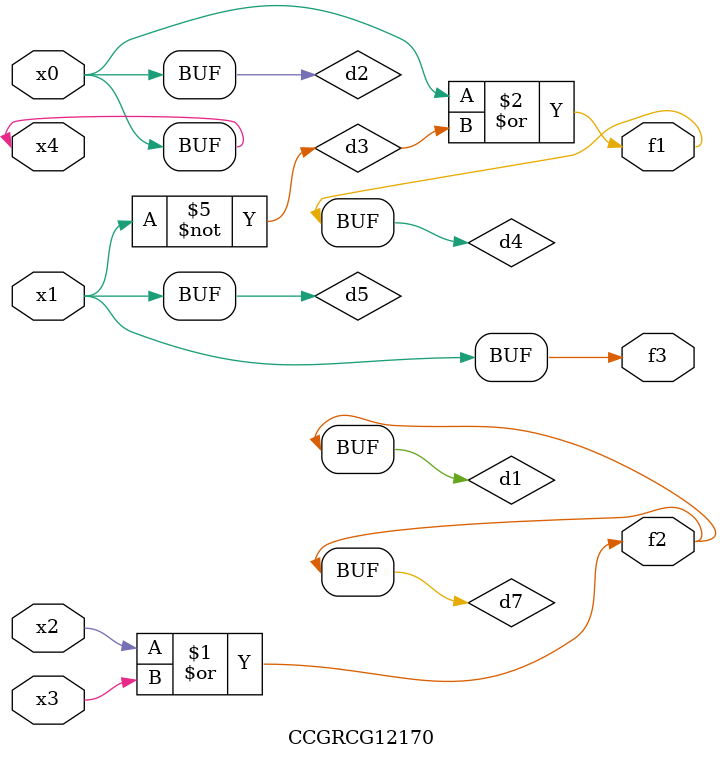
<source format=v>
module CCGRCG12170(
	input x0, x1, x2, x3, x4,
	output f1, f2, f3
);

	wire d1, d2, d3, d4, d5, d6, d7;

	or (d1, x2, x3);
	buf (d2, x0, x4);
	not (d3, x1);
	or (d4, d2, d3);
	not (d5, d3);
	nand (d6, d1, d3);
	or (d7, d1);
	assign f1 = d4;
	assign f2 = d7;
	assign f3 = d5;
endmodule

</source>
